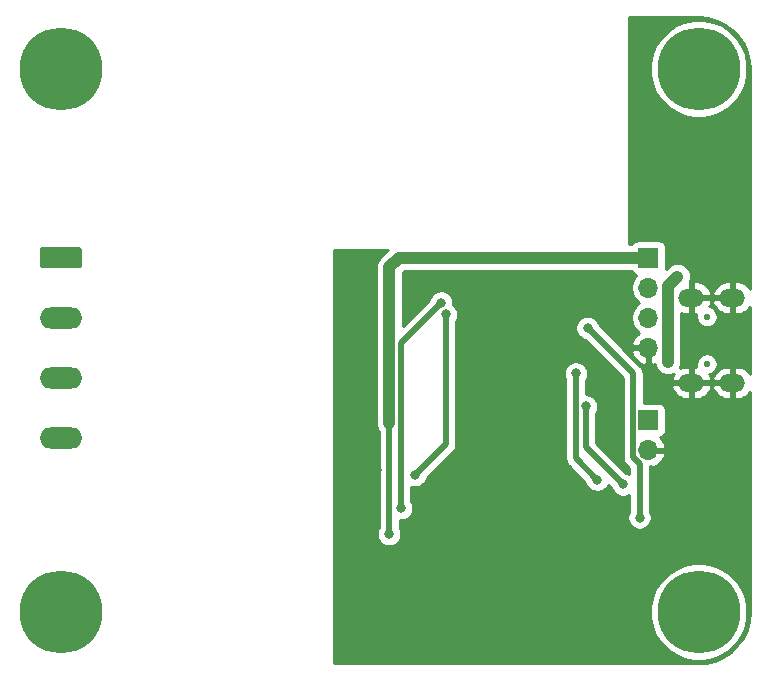
<source format=gbr>
%TF.GenerationSoftware,KiCad,Pcbnew,5.1.6-c6e7f7d~87~ubuntu20.04.1*%
%TF.CreationDate,2020-09-20T16:33:26-07:00*%
%TF.ProjectId,esp8266-iot,65737038-3236-4362-9d69-6f742e6b6963,rev?*%
%TF.SameCoordinates,Original*%
%TF.FileFunction,Copper,L2,Bot*%
%TF.FilePolarity,Positive*%
%FSLAX46Y46*%
G04 Gerber Fmt 4.6, Leading zero omitted, Abs format (unit mm)*
G04 Created by KiCad (PCBNEW 5.1.6-c6e7f7d~87~ubuntu20.04.1) date 2020-09-20 16:33:26*
%MOMM*%
%LPD*%
G01*
G04 APERTURE LIST*
%TA.AperFunction,ComponentPad*%
%ADD10C,0.550000*%
%TD*%
%TA.AperFunction,ComponentPad*%
%ADD11O,2.200000X1.500000*%
%TD*%
%TA.AperFunction,ComponentPad*%
%ADD12O,1.700000X1.700000*%
%TD*%
%TA.AperFunction,ComponentPad*%
%ADD13R,1.700000X1.700000*%
%TD*%
%TA.AperFunction,ComponentPad*%
%ADD14O,3.600000X1.800000*%
%TD*%
%TA.AperFunction,ViaPad*%
%ADD15C,7.000000*%
%TD*%
%TA.AperFunction,ViaPad*%
%ADD16C,0.800000*%
%TD*%
%TA.AperFunction,Conductor*%
%ADD17C,1.000000*%
%TD*%
%TA.AperFunction,Conductor*%
%ADD18C,0.500000*%
%TD*%
%TA.AperFunction,Conductor*%
%ADD19C,0.254000*%
%TD*%
G04 APERTURE END LIST*
D10*
%TO.P,J4,LOCATE*%
%TO.N,N/C*%
X27700000Y-2000000D03*
X27700000Y2000000D03*
D11*
%TO.P,J4,6*%
%TO.N,GND*%
X29850000Y-3600000D03*
X29850000Y3600000D03*
X26380000Y3600000D03*
X26380000Y-3600000D03*
%TD*%
D12*
%TO.P,J3,2*%
%TO.N,GND*%
X22750000Y-9290000D03*
D13*
%TO.P,J3,1*%
%TO.N,/GPIO0*%
X22750000Y-6750000D03*
%TD*%
D14*
%TO.P,J2,4*%
%TO.N,/AC12B*%
X-27000000Y-8240000D03*
%TO.P,J2,3*%
%TO.N,/AC12A*%
X-27000000Y-3160000D03*
%TO.P,J2,2*%
%TO.N,/AC14B*%
X-27000000Y1920000D03*
%TO.P,J2,1*%
%TO.N,/AC14A*%
%TA.AperFunction,ComponentPad*%
G36*
G01*
X-28550000Y7900000D02*
X-25450000Y7900000D01*
G75*
G02*
X-25200000Y7650000I0J-250000D01*
G01*
X-25200000Y6350000D01*
G75*
G02*
X-25450000Y6100000I-250000J0D01*
G01*
X-28550000Y6100000D01*
G75*
G02*
X-28800000Y6350000I0J250000D01*
G01*
X-28800000Y7650000D01*
G75*
G02*
X-28550000Y7900000I250000J0D01*
G01*
G37*
%TD.AperFunction*%
%TD*%
D12*
%TO.P,J1,4*%
%TO.N,GND*%
X22750000Y-620000D03*
%TO.P,J1,3*%
%TO.N,/RXD*%
X22750000Y1920000D03*
%TO.P,J1,2*%
%TO.N,/TXD*%
X22750000Y4460000D03*
D13*
%TO.P,J1,1*%
%TO.N,+3V3*%
X22750000Y7000000D03*
%TD*%
D15*
%TO.N,*%
X27000000Y23000000D03*
X-27000000Y23000000D03*
X-27000000Y-23000000D03*
X27000000Y-23000000D03*
D16*
%TO.N,GND*%
X-800000Y3000000D03*
X-2200000Y-9200000D03*
X-200000Y-11000000D03*
X19400000Y-8000000D03*
X20600000Y-14400000D03*
X30800000Y14000000D03*
X30800000Y6000000D03*
X28000000Y10000000D03*
X-2200000Y-3800000D03*
%TO.N,+3V3*%
X800000Y-7000000D03*
X800000Y6200000D03*
X800000Y-16400000D03*
%TO.N,/CH_PD*%
X5200000Y3200000D03*
X1800000Y-14200000D03*
%TO.N,/REST*%
X5600000Y2200000D03*
X3000000Y-11400000D03*
%TO.N,/GPIO4*%
X22000000Y-15000000D03*
X17600009Y1048952D03*
%TO.N,/GPIO2*%
X16600000Y-2800000D03*
X18400000Y-11800000D03*
%TO.N,/GPIO15*%
X20600000Y-12200000D03*
X17450010Y-5597865D03*
%TO.N,/VBUS*%
X24400000Y-1800000D03*
X25200000Y5400000D03*
%TD*%
D17*
%TO.N,+3V3*%
X4600000Y7000000D02*
X22750000Y7000000D01*
X1600000Y7000000D02*
X4600000Y7000000D01*
X800000Y6200000D02*
X1600000Y7000000D01*
X800000Y-7000000D02*
X800000Y6200000D01*
D18*
X800000Y-7000000D02*
X800000Y-16400000D01*
%TO.N,/CH_PD*%
X1800000Y-200000D02*
X1800000Y-14200000D01*
X5200000Y3200000D02*
X1800000Y-200000D01*
%TO.N,/REST*%
X5600000Y-8800000D02*
X3000000Y-11400000D01*
X5600000Y2200000D02*
X5600000Y-8800000D01*
%TO.N,/GPIO4*%
X21449999Y-2801038D02*
X17600009Y1048952D01*
X21449999Y-9914001D02*
X21449999Y-2801038D01*
X22000000Y-15000000D02*
X22000000Y-10464002D01*
X22000000Y-10464002D02*
X21449999Y-9914001D01*
%TO.N,/GPIO2*%
X16600000Y-10000000D02*
X18400000Y-11800000D01*
X16600000Y-2800000D02*
X16600000Y-10000000D01*
%TO.N,/GPIO15*%
X20600000Y-12200000D02*
X17450010Y-9050010D01*
X17450010Y-9050010D02*
X17450010Y-5597865D01*
D17*
%TO.N,/VBUS*%
X24400000Y4600000D02*
X25200000Y5400000D01*
X24400000Y-1800000D02*
X24400000Y4600000D01*
%TD*%
D19*
%TO.N,GND*%
G36*
X27768083Y27268827D02*
G01*
X28511891Y27065344D01*
X29207905Y26733362D01*
X29834130Y26283374D01*
X30370777Y25729597D01*
X30800871Y25089549D01*
X31110829Y24383447D01*
X31292065Y23628543D01*
X31340001Y22975780D01*
X31340001Y4385027D01*
X31269145Y4489540D01*
X31075061Y4681028D01*
X30847349Y4830972D01*
X30594760Y4933611D01*
X30327000Y4985000D01*
X29977000Y4985000D01*
X29977000Y3727000D01*
X29997000Y3727000D01*
X29997000Y3473000D01*
X29977000Y3473000D01*
X29977000Y2215000D01*
X30327000Y2215000D01*
X30594760Y2266389D01*
X30847349Y2369028D01*
X31075061Y2518972D01*
X31269145Y2710460D01*
X31340001Y2814973D01*
X31340000Y-2814972D01*
X31269145Y-2710460D01*
X31075061Y-2518972D01*
X30847349Y-2369028D01*
X30594760Y-2266389D01*
X30327000Y-2215000D01*
X29977000Y-2215000D01*
X29977000Y-3473000D01*
X29997000Y-3473000D01*
X29997000Y-3727000D01*
X29977000Y-3727000D01*
X29977000Y-4985000D01*
X30327000Y-4985000D01*
X30594760Y-4933611D01*
X30847349Y-4830972D01*
X31075061Y-4681028D01*
X31269145Y-4489540D01*
X31340000Y-4385028D01*
X31340000Y-22970608D01*
X31268827Y-23768083D01*
X31065344Y-24511890D01*
X30733363Y-25207904D01*
X30283374Y-25834130D01*
X29729597Y-26370777D01*
X29089549Y-26800871D01*
X28383447Y-27110829D01*
X27628543Y-27292065D01*
X26975793Y-27340000D01*
X-3873000Y-27340000D01*
X-3873000Y-22592738D01*
X22865000Y-22592738D01*
X22865000Y-23407262D01*
X23023906Y-24206135D01*
X23335611Y-24958657D01*
X23788136Y-25635909D01*
X24364091Y-26211864D01*
X25041343Y-26664389D01*
X25793865Y-26976094D01*
X26592738Y-27135000D01*
X27407262Y-27135000D01*
X28206135Y-26976094D01*
X28958657Y-26664389D01*
X29635909Y-26211864D01*
X30211864Y-25635909D01*
X30664389Y-24958657D01*
X30976094Y-24206135D01*
X31135000Y-23407262D01*
X31135000Y-22592738D01*
X30976094Y-21793865D01*
X30664389Y-21041343D01*
X30211864Y-20364091D01*
X29635909Y-19788136D01*
X28958657Y-19335611D01*
X28206135Y-19023906D01*
X27407262Y-18865000D01*
X26592738Y-18865000D01*
X25793865Y-19023906D01*
X25041343Y-19335611D01*
X24364091Y-19788136D01*
X23788136Y-20364091D01*
X23335611Y-21041343D01*
X23023906Y-21793865D01*
X22865000Y-22592738D01*
X-3873000Y-22592738D01*
X-3873000Y7673000D01*
X667868Y7673000D01*
X36860Y7041991D01*
X-6448Y7006449D01*
X-148283Y6833623D01*
X-204616Y6728230D01*
X-253676Y6636446D01*
X-318577Y6422498D01*
X-340491Y6200000D01*
X-334999Y6144239D01*
X-335000Y-7055751D01*
X-318577Y-7222498D01*
X-253676Y-7436446D01*
X-148284Y-7633623D01*
X-85000Y-7710735D01*
X-84999Y-15861544D01*
X-117205Y-15909744D01*
X-195226Y-16098102D01*
X-235000Y-16298061D01*
X-235000Y-16501939D01*
X-195226Y-16701898D01*
X-117205Y-16890256D01*
X-3937Y-17059774D01*
X140226Y-17203937D01*
X309744Y-17317205D01*
X498102Y-17395226D01*
X698061Y-17435000D01*
X901939Y-17435000D01*
X1101898Y-17395226D01*
X1290256Y-17317205D01*
X1459774Y-17203937D01*
X1603937Y-17059774D01*
X1717205Y-16890256D01*
X1795226Y-16701898D01*
X1835000Y-16501939D01*
X1835000Y-16298061D01*
X1795226Y-16098102D01*
X1717205Y-15909744D01*
X1685000Y-15861546D01*
X1685000Y-15232402D01*
X1698061Y-15235000D01*
X1901939Y-15235000D01*
X2101898Y-15195226D01*
X2290256Y-15117205D01*
X2459774Y-15003937D01*
X2603937Y-14859774D01*
X2717205Y-14690256D01*
X2795226Y-14501898D01*
X2835000Y-14301939D01*
X2835000Y-14098061D01*
X2795226Y-13898102D01*
X2717205Y-13709744D01*
X2685000Y-13661546D01*
X2685000Y-12389799D01*
X2698102Y-12395226D01*
X2898061Y-12435000D01*
X3101939Y-12435000D01*
X3301898Y-12395226D01*
X3490256Y-12317205D01*
X3659774Y-12203937D01*
X3803937Y-12059774D01*
X3917205Y-11890256D01*
X3995226Y-11701898D01*
X4006535Y-11645043D01*
X6195049Y-9456530D01*
X6228817Y-9428817D01*
X6260409Y-9390323D01*
X6339410Y-9294060D01*
X6339411Y-9294059D01*
X6421589Y-9140313D01*
X6472195Y-8973490D01*
X6485000Y-8843477D01*
X6485000Y-8843467D01*
X6489281Y-8800001D01*
X6485000Y-8756535D01*
X6485000Y-2698061D01*
X15565000Y-2698061D01*
X15565000Y-2901939D01*
X15604774Y-3101898D01*
X15682795Y-3290256D01*
X15715000Y-3338454D01*
X15715001Y-9956521D01*
X15710719Y-10000000D01*
X15727805Y-10173490D01*
X15778412Y-10340313D01*
X15860590Y-10494059D01*
X15943468Y-10595046D01*
X15943471Y-10595049D01*
X15971184Y-10628817D01*
X16004951Y-10656529D01*
X17393465Y-12045044D01*
X17404774Y-12101898D01*
X17482795Y-12290256D01*
X17596063Y-12459774D01*
X17740226Y-12603937D01*
X17909744Y-12717205D01*
X18098102Y-12795226D01*
X18298061Y-12835000D01*
X18501939Y-12835000D01*
X18701898Y-12795226D01*
X18890256Y-12717205D01*
X19059774Y-12603937D01*
X19203937Y-12459774D01*
X19317205Y-12290256D01*
X19352784Y-12204362D01*
X19593465Y-12445044D01*
X19604774Y-12501898D01*
X19682795Y-12690256D01*
X19796063Y-12859774D01*
X19940226Y-13003937D01*
X20109744Y-13117205D01*
X20298102Y-13195226D01*
X20498061Y-13235000D01*
X20701939Y-13235000D01*
X20901898Y-13195226D01*
X21090256Y-13117205D01*
X21115000Y-13100671D01*
X21115000Y-14461545D01*
X21082795Y-14509744D01*
X21004774Y-14698102D01*
X20965000Y-14898061D01*
X20965000Y-15101939D01*
X21004774Y-15301898D01*
X21082795Y-15490256D01*
X21196063Y-15659774D01*
X21340226Y-15803937D01*
X21509744Y-15917205D01*
X21698102Y-15995226D01*
X21898061Y-16035000D01*
X22101939Y-16035000D01*
X22301898Y-15995226D01*
X22490256Y-15917205D01*
X22659774Y-15803937D01*
X22803937Y-15659774D01*
X22917205Y-15490256D01*
X22995226Y-15301898D01*
X23035000Y-15101939D01*
X23035000Y-14898061D01*
X22995226Y-14698102D01*
X22917205Y-14509744D01*
X22885000Y-14461546D01*
X22885000Y-10615013D01*
X23106891Y-10731481D01*
X23381252Y-10634157D01*
X23631355Y-10485178D01*
X23847588Y-10290269D01*
X24021641Y-10056920D01*
X24146825Y-9794099D01*
X24191476Y-9646890D01*
X24070155Y-9417000D01*
X22877000Y-9417000D01*
X22877000Y-9437000D01*
X22623000Y-9437000D01*
X22623000Y-9417000D01*
X22603000Y-9417000D01*
X22603000Y-9163000D01*
X22623000Y-9163000D01*
X22623000Y-9143000D01*
X22877000Y-9143000D01*
X22877000Y-9163000D01*
X24070155Y-9163000D01*
X24191476Y-8933110D01*
X24146825Y-8785901D01*
X24021641Y-8523080D01*
X23847588Y-8289731D01*
X23763534Y-8213966D01*
X23844180Y-8189502D01*
X23954494Y-8130537D01*
X24051185Y-8051185D01*
X24130537Y-7954494D01*
X24189502Y-7844180D01*
X24225812Y-7724482D01*
X24238072Y-7600000D01*
X24238072Y-5900000D01*
X24225812Y-5775518D01*
X24189502Y-5655820D01*
X24130537Y-5545506D01*
X24051185Y-5448815D01*
X23954494Y-5369463D01*
X23844180Y-5310498D01*
X23724482Y-5274188D01*
X23600000Y-5261928D01*
X22334999Y-5261928D01*
X22334999Y-3941185D01*
X24687682Y-3941185D01*
X24701827Y-4012684D01*
X24807858Y-4263868D01*
X24960855Y-4489540D01*
X25154939Y-4681028D01*
X25382651Y-4830972D01*
X25635240Y-4933611D01*
X25903000Y-4985000D01*
X26253000Y-4985000D01*
X26253000Y-3727000D01*
X26507000Y-3727000D01*
X26507000Y-4985000D01*
X26857000Y-4985000D01*
X27124760Y-4933611D01*
X27377349Y-4830972D01*
X27605061Y-4681028D01*
X27799145Y-4489540D01*
X27952142Y-4263868D01*
X28058173Y-4012684D01*
X28072318Y-3941185D01*
X28157682Y-3941185D01*
X28171827Y-4012684D01*
X28277858Y-4263868D01*
X28430855Y-4489540D01*
X28624939Y-4681028D01*
X28852651Y-4830972D01*
X29105240Y-4933611D01*
X29373000Y-4985000D01*
X29723000Y-4985000D01*
X29723000Y-3727000D01*
X28280344Y-3727000D01*
X28157682Y-3941185D01*
X28072318Y-3941185D01*
X27949656Y-3727000D01*
X26507000Y-3727000D01*
X26253000Y-3727000D01*
X24810344Y-3727000D01*
X24687682Y-3941185D01*
X22334999Y-3941185D01*
X22334999Y-2844504D01*
X22339280Y-2801037D01*
X22334999Y-2757571D01*
X22334999Y-2757561D01*
X22322194Y-2627548D01*
X22271588Y-2460725D01*
X22189410Y-2306979D01*
X22155317Y-2265437D01*
X22106531Y-2205991D01*
X22106529Y-2205989D01*
X22078816Y-2172221D01*
X22045048Y-2144508D01*
X20877430Y-976890D01*
X21308524Y-976890D01*
X21353175Y-1124099D01*
X21478359Y-1386920D01*
X21652412Y-1620269D01*
X21868645Y-1815178D01*
X22118748Y-1964157D01*
X22393109Y-2061481D01*
X22623000Y-1940814D01*
X22623000Y-747000D01*
X21429845Y-747000D01*
X21308524Y-976890D01*
X20877430Y-976890D01*
X18606544Y1293995D01*
X18595235Y1350850D01*
X18517214Y1539208D01*
X18403946Y1708726D01*
X18259783Y1852889D01*
X18090265Y1966157D01*
X17901907Y2044178D01*
X17701948Y2083952D01*
X17498070Y2083952D01*
X17298111Y2044178D01*
X17109753Y1966157D01*
X16940235Y1852889D01*
X16796072Y1708726D01*
X16682804Y1539208D01*
X16604783Y1350850D01*
X16565009Y1150891D01*
X16565009Y947013D01*
X16604783Y747054D01*
X16682804Y558696D01*
X16796072Y389178D01*
X16940235Y245015D01*
X17109753Y131747D01*
X17298111Y53726D01*
X17354966Y42417D01*
X20565000Y-3167618D01*
X20564999Y-9870532D01*
X20560718Y-9914001D01*
X20564999Y-9957470D01*
X20564999Y-9957477D01*
X20577804Y-10087490D01*
X20628410Y-10254313D01*
X20710588Y-10408059D01*
X20821182Y-10542818D01*
X20854955Y-10570535D01*
X21115001Y-10830581D01*
X21115001Y-11299329D01*
X21090256Y-11282795D01*
X20901898Y-11204774D01*
X20845044Y-11193465D01*
X18335010Y-8683432D01*
X18335010Y-6136319D01*
X18367215Y-6088121D01*
X18445236Y-5899763D01*
X18485010Y-5699804D01*
X18485010Y-5495926D01*
X18445236Y-5295967D01*
X18367215Y-5107609D01*
X18253947Y-4938091D01*
X18109784Y-4793928D01*
X17940266Y-4680660D01*
X17751908Y-4602639D01*
X17551949Y-4562865D01*
X17485000Y-4562865D01*
X17485000Y-3338454D01*
X17517205Y-3290256D01*
X17595226Y-3101898D01*
X17635000Y-2901939D01*
X17635000Y-2698061D01*
X17595226Y-2498102D01*
X17517205Y-2309744D01*
X17403937Y-2140226D01*
X17259774Y-1996063D01*
X17090256Y-1882795D01*
X16901898Y-1804774D01*
X16701939Y-1765000D01*
X16498061Y-1765000D01*
X16298102Y-1804774D01*
X16109744Y-1882795D01*
X15940226Y-1996063D01*
X15796063Y-2140226D01*
X15682795Y-2309744D01*
X15604774Y-2498102D01*
X15565000Y-2698061D01*
X6485000Y-2698061D01*
X6485000Y1661546D01*
X6517205Y1709744D01*
X6595226Y1898102D01*
X6635000Y2098061D01*
X6635000Y2301939D01*
X6595226Y2501898D01*
X6517205Y2690256D01*
X6403937Y2859774D01*
X6259774Y3003937D01*
X6221381Y3029591D01*
X6235000Y3098061D01*
X6235000Y3301939D01*
X6195226Y3501898D01*
X6117205Y3690256D01*
X6003937Y3859774D01*
X5859774Y4003937D01*
X5690256Y4117205D01*
X5501898Y4195226D01*
X5301939Y4235000D01*
X5098061Y4235000D01*
X4898102Y4195226D01*
X4709744Y4117205D01*
X4540226Y4003937D01*
X4396063Y3859774D01*
X4282795Y3690256D01*
X4204774Y3501898D01*
X4193465Y3445044D01*
X1935000Y1186578D01*
X1935000Y5729869D01*
X2070132Y5865000D01*
X21332317Y5865000D01*
X21369463Y5795506D01*
X21448815Y5698815D01*
X21545506Y5619463D01*
X21655820Y5560498D01*
X21728380Y5538487D01*
X21596525Y5406632D01*
X21434010Y5163411D01*
X21322068Y4893158D01*
X21265000Y4606260D01*
X21265000Y4313740D01*
X21322068Y4026842D01*
X21434010Y3756589D01*
X21596525Y3513368D01*
X21803368Y3306525D01*
X21977760Y3190000D01*
X21803368Y3073475D01*
X21596525Y2866632D01*
X21434010Y2623411D01*
X21322068Y2353158D01*
X21265000Y2066260D01*
X21265000Y1773740D01*
X21322068Y1486842D01*
X21434010Y1216589D01*
X21596525Y973368D01*
X21803368Y766525D01*
X21985534Y644805D01*
X21868645Y575178D01*
X21652412Y380269D01*
X21478359Y146920D01*
X21353175Y-115901D01*
X21308524Y-263110D01*
X21429845Y-493000D01*
X22623000Y-493000D01*
X22623000Y-473000D01*
X22877000Y-473000D01*
X22877000Y-493000D01*
X22897000Y-493000D01*
X22897000Y-747000D01*
X22877000Y-747000D01*
X22877000Y-1940814D01*
X23106891Y-2061481D01*
X23279241Y-2000343D01*
X23281423Y-2022498D01*
X23346324Y-2236446D01*
X23451716Y-2433623D01*
X23593551Y-2606449D01*
X23766377Y-2748284D01*
X23963553Y-2853676D01*
X24177501Y-2918577D01*
X24400000Y-2940491D01*
X24622498Y-2918577D01*
X24836446Y-2853676D01*
X24879283Y-2830779D01*
X24807858Y-2936132D01*
X24701827Y-3187316D01*
X24687682Y-3258815D01*
X24810344Y-3473000D01*
X26253000Y-3473000D01*
X26253000Y-2215000D01*
X26507000Y-2215000D01*
X26507000Y-3473000D01*
X27949656Y-3473000D01*
X28072318Y-3258815D01*
X28157682Y-3258815D01*
X28280344Y-3473000D01*
X29723000Y-3473000D01*
X29723000Y-2215000D01*
X29373000Y-2215000D01*
X29105240Y-2266389D01*
X28852651Y-2369028D01*
X28624939Y-2518972D01*
X28430855Y-2710460D01*
X28277858Y-2936132D01*
X28171827Y-3187316D01*
X28157682Y-3258815D01*
X28072318Y-3258815D01*
X28058173Y-3187316D01*
X27952142Y-2936132D01*
X27917219Y-2884620D01*
X27965437Y-2875029D01*
X28131047Y-2806431D01*
X28280091Y-2706843D01*
X28406843Y-2580091D01*
X28506431Y-2431047D01*
X28575029Y-2265437D01*
X28610000Y-2089627D01*
X28610000Y-1910373D01*
X28575029Y-1734563D01*
X28506431Y-1568953D01*
X28406843Y-1419909D01*
X28280091Y-1293157D01*
X28131047Y-1193569D01*
X27965437Y-1124971D01*
X27789627Y-1090000D01*
X27610373Y-1090000D01*
X27434563Y-1124971D01*
X27268953Y-1193569D01*
X27119909Y-1293157D01*
X26993157Y-1419909D01*
X26893569Y-1568953D01*
X26824971Y-1734563D01*
X26790000Y-1910373D01*
X26790000Y-2089627D01*
X26814938Y-2215000D01*
X26507000Y-2215000D01*
X26253000Y-2215000D01*
X25903000Y-2215000D01*
X25635240Y-2266389D01*
X25382855Y-2368945D01*
X25453676Y-2236447D01*
X25518577Y-2022499D01*
X25535000Y-1855752D01*
X25535000Y2307121D01*
X25635240Y2266389D01*
X25903000Y2215000D01*
X26253000Y2215000D01*
X26253000Y3473000D01*
X26507000Y3473000D01*
X26507000Y2215000D01*
X26814938Y2215000D01*
X26790000Y2089627D01*
X26790000Y1910373D01*
X26824971Y1734563D01*
X26893569Y1568953D01*
X26993157Y1419909D01*
X27119909Y1293157D01*
X27268953Y1193569D01*
X27434563Y1124971D01*
X27610373Y1090000D01*
X27789627Y1090000D01*
X27965437Y1124971D01*
X28131047Y1193569D01*
X28280091Y1293157D01*
X28406843Y1419909D01*
X28506431Y1568953D01*
X28575029Y1734563D01*
X28610000Y1910373D01*
X28610000Y2089627D01*
X28575029Y2265437D01*
X28506431Y2431047D01*
X28406843Y2580091D01*
X28280091Y2706843D01*
X28131047Y2806431D01*
X27965437Y2875029D01*
X27917219Y2884620D01*
X27952142Y2936132D01*
X28058173Y3187316D01*
X28072318Y3258815D01*
X28157682Y3258815D01*
X28171827Y3187316D01*
X28277858Y2936132D01*
X28430855Y2710460D01*
X28624939Y2518972D01*
X28852651Y2369028D01*
X29105240Y2266389D01*
X29373000Y2215000D01*
X29723000Y2215000D01*
X29723000Y3473000D01*
X28280344Y3473000D01*
X28157682Y3258815D01*
X28072318Y3258815D01*
X27949656Y3473000D01*
X26507000Y3473000D01*
X26253000Y3473000D01*
X26233000Y3473000D01*
X26233000Y3727000D01*
X26253000Y3727000D01*
X26253000Y4962288D01*
X26253676Y4963553D01*
X26260181Y4985000D01*
X26507000Y4985000D01*
X26507000Y3727000D01*
X27949656Y3727000D01*
X28072318Y3941185D01*
X28157682Y3941185D01*
X28280344Y3727000D01*
X29723000Y3727000D01*
X29723000Y4985000D01*
X29373000Y4985000D01*
X29105240Y4933611D01*
X28852651Y4830972D01*
X28624939Y4681028D01*
X28430855Y4489540D01*
X28277858Y4263868D01*
X28171827Y4012684D01*
X28157682Y3941185D01*
X28072318Y3941185D01*
X28058173Y4012684D01*
X27952142Y4263868D01*
X27799145Y4489540D01*
X27605061Y4681028D01*
X27377349Y4830972D01*
X27124760Y4933611D01*
X26857000Y4985000D01*
X26507000Y4985000D01*
X26260181Y4985000D01*
X26318577Y5177501D01*
X26340491Y5400000D01*
X26318577Y5622499D01*
X26253676Y5836446D01*
X26148284Y6033622D01*
X26006449Y6206449D01*
X25833622Y6348284D01*
X25636446Y6453676D01*
X25422499Y6518577D01*
X25200000Y6540491D01*
X24977501Y6518577D01*
X24763553Y6453676D01*
X24566377Y6348284D01*
X24436856Y6241988D01*
X24226405Y6031537D01*
X24238072Y6150000D01*
X24238072Y7850000D01*
X24225812Y7974482D01*
X24189502Y8094180D01*
X24130537Y8204494D01*
X24051185Y8301185D01*
X23954494Y8380537D01*
X23844180Y8439502D01*
X23724482Y8475812D01*
X23600000Y8488072D01*
X21900000Y8488072D01*
X21775518Y8475812D01*
X21655820Y8439502D01*
X21545506Y8380537D01*
X21448815Y8301185D01*
X21369463Y8204494D01*
X21332317Y8135000D01*
X21127000Y8135000D01*
X21127000Y23407262D01*
X22865000Y23407262D01*
X22865000Y22592738D01*
X23023906Y21793865D01*
X23335611Y21041343D01*
X23788136Y20364091D01*
X24364091Y19788136D01*
X25041343Y19335611D01*
X25793865Y19023906D01*
X26592738Y18865000D01*
X27407262Y18865000D01*
X28206135Y19023906D01*
X28958657Y19335611D01*
X29635909Y19788136D01*
X30211864Y20364091D01*
X30664389Y21041343D01*
X30976094Y21793865D01*
X31135000Y22592738D01*
X31135000Y23407262D01*
X30976094Y24206135D01*
X30664389Y24958657D01*
X30211864Y25635909D01*
X29635909Y26211864D01*
X28958657Y26664389D01*
X28206135Y26976094D01*
X27407262Y27135000D01*
X26592738Y27135000D01*
X25793865Y26976094D01*
X25041343Y26664389D01*
X24364091Y26211864D01*
X23788136Y25635909D01*
X23335611Y24958657D01*
X23023906Y24206135D01*
X22865000Y23407262D01*
X21127000Y23407262D01*
X21127000Y27340000D01*
X26970608Y27340000D01*
X27768083Y27268827D01*
G37*
X27768083Y27268827D02*
X28511891Y27065344D01*
X29207905Y26733362D01*
X29834130Y26283374D01*
X30370777Y25729597D01*
X30800871Y25089549D01*
X31110829Y24383447D01*
X31292065Y23628543D01*
X31340001Y22975780D01*
X31340001Y4385027D01*
X31269145Y4489540D01*
X31075061Y4681028D01*
X30847349Y4830972D01*
X30594760Y4933611D01*
X30327000Y4985000D01*
X29977000Y4985000D01*
X29977000Y3727000D01*
X29997000Y3727000D01*
X29997000Y3473000D01*
X29977000Y3473000D01*
X29977000Y2215000D01*
X30327000Y2215000D01*
X30594760Y2266389D01*
X30847349Y2369028D01*
X31075061Y2518972D01*
X31269145Y2710460D01*
X31340001Y2814973D01*
X31340000Y-2814972D01*
X31269145Y-2710460D01*
X31075061Y-2518972D01*
X30847349Y-2369028D01*
X30594760Y-2266389D01*
X30327000Y-2215000D01*
X29977000Y-2215000D01*
X29977000Y-3473000D01*
X29997000Y-3473000D01*
X29997000Y-3727000D01*
X29977000Y-3727000D01*
X29977000Y-4985000D01*
X30327000Y-4985000D01*
X30594760Y-4933611D01*
X30847349Y-4830972D01*
X31075061Y-4681028D01*
X31269145Y-4489540D01*
X31340000Y-4385028D01*
X31340000Y-22970608D01*
X31268827Y-23768083D01*
X31065344Y-24511890D01*
X30733363Y-25207904D01*
X30283374Y-25834130D01*
X29729597Y-26370777D01*
X29089549Y-26800871D01*
X28383447Y-27110829D01*
X27628543Y-27292065D01*
X26975793Y-27340000D01*
X-3873000Y-27340000D01*
X-3873000Y-22592738D01*
X22865000Y-22592738D01*
X22865000Y-23407262D01*
X23023906Y-24206135D01*
X23335611Y-24958657D01*
X23788136Y-25635909D01*
X24364091Y-26211864D01*
X25041343Y-26664389D01*
X25793865Y-26976094D01*
X26592738Y-27135000D01*
X27407262Y-27135000D01*
X28206135Y-26976094D01*
X28958657Y-26664389D01*
X29635909Y-26211864D01*
X30211864Y-25635909D01*
X30664389Y-24958657D01*
X30976094Y-24206135D01*
X31135000Y-23407262D01*
X31135000Y-22592738D01*
X30976094Y-21793865D01*
X30664389Y-21041343D01*
X30211864Y-20364091D01*
X29635909Y-19788136D01*
X28958657Y-19335611D01*
X28206135Y-19023906D01*
X27407262Y-18865000D01*
X26592738Y-18865000D01*
X25793865Y-19023906D01*
X25041343Y-19335611D01*
X24364091Y-19788136D01*
X23788136Y-20364091D01*
X23335611Y-21041343D01*
X23023906Y-21793865D01*
X22865000Y-22592738D01*
X-3873000Y-22592738D01*
X-3873000Y7673000D01*
X667868Y7673000D01*
X36860Y7041991D01*
X-6448Y7006449D01*
X-148283Y6833623D01*
X-204616Y6728230D01*
X-253676Y6636446D01*
X-318577Y6422498D01*
X-340491Y6200000D01*
X-334999Y6144239D01*
X-335000Y-7055751D01*
X-318577Y-7222498D01*
X-253676Y-7436446D01*
X-148284Y-7633623D01*
X-85000Y-7710735D01*
X-84999Y-15861544D01*
X-117205Y-15909744D01*
X-195226Y-16098102D01*
X-235000Y-16298061D01*
X-235000Y-16501939D01*
X-195226Y-16701898D01*
X-117205Y-16890256D01*
X-3937Y-17059774D01*
X140226Y-17203937D01*
X309744Y-17317205D01*
X498102Y-17395226D01*
X698061Y-17435000D01*
X901939Y-17435000D01*
X1101898Y-17395226D01*
X1290256Y-17317205D01*
X1459774Y-17203937D01*
X1603937Y-17059774D01*
X1717205Y-16890256D01*
X1795226Y-16701898D01*
X1835000Y-16501939D01*
X1835000Y-16298061D01*
X1795226Y-16098102D01*
X1717205Y-15909744D01*
X1685000Y-15861546D01*
X1685000Y-15232402D01*
X1698061Y-15235000D01*
X1901939Y-15235000D01*
X2101898Y-15195226D01*
X2290256Y-15117205D01*
X2459774Y-15003937D01*
X2603937Y-14859774D01*
X2717205Y-14690256D01*
X2795226Y-14501898D01*
X2835000Y-14301939D01*
X2835000Y-14098061D01*
X2795226Y-13898102D01*
X2717205Y-13709744D01*
X2685000Y-13661546D01*
X2685000Y-12389799D01*
X2698102Y-12395226D01*
X2898061Y-12435000D01*
X3101939Y-12435000D01*
X3301898Y-12395226D01*
X3490256Y-12317205D01*
X3659774Y-12203937D01*
X3803937Y-12059774D01*
X3917205Y-11890256D01*
X3995226Y-11701898D01*
X4006535Y-11645043D01*
X6195049Y-9456530D01*
X6228817Y-9428817D01*
X6260409Y-9390323D01*
X6339410Y-9294060D01*
X6339411Y-9294059D01*
X6421589Y-9140313D01*
X6472195Y-8973490D01*
X6485000Y-8843477D01*
X6485000Y-8843467D01*
X6489281Y-8800001D01*
X6485000Y-8756535D01*
X6485000Y-2698061D01*
X15565000Y-2698061D01*
X15565000Y-2901939D01*
X15604774Y-3101898D01*
X15682795Y-3290256D01*
X15715000Y-3338454D01*
X15715001Y-9956521D01*
X15710719Y-10000000D01*
X15727805Y-10173490D01*
X15778412Y-10340313D01*
X15860590Y-10494059D01*
X15943468Y-10595046D01*
X15943471Y-10595049D01*
X15971184Y-10628817D01*
X16004951Y-10656529D01*
X17393465Y-12045044D01*
X17404774Y-12101898D01*
X17482795Y-12290256D01*
X17596063Y-12459774D01*
X17740226Y-12603937D01*
X17909744Y-12717205D01*
X18098102Y-12795226D01*
X18298061Y-12835000D01*
X18501939Y-12835000D01*
X18701898Y-12795226D01*
X18890256Y-12717205D01*
X19059774Y-12603937D01*
X19203937Y-12459774D01*
X19317205Y-12290256D01*
X19352784Y-12204362D01*
X19593465Y-12445044D01*
X19604774Y-12501898D01*
X19682795Y-12690256D01*
X19796063Y-12859774D01*
X19940226Y-13003937D01*
X20109744Y-13117205D01*
X20298102Y-13195226D01*
X20498061Y-13235000D01*
X20701939Y-13235000D01*
X20901898Y-13195226D01*
X21090256Y-13117205D01*
X21115000Y-13100671D01*
X21115000Y-14461545D01*
X21082795Y-14509744D01*
X21004774Y-14698102D01*
X20965000Y-14898061D01*
X20965000Y-15101939D01*
X21004774Y-15301898D01*
X21082795Y-15490256D01*
X21196063Y-15659774D01*
X21340226Y-15803937D01*
X21509744Y-15917205D01*
X21698102Y-15995226D01*
X21898061Y-16035000D01*
X22101939Y-16035000D01*
X22301898Y-15995226D01*
X22490256Y-15917205D01*
X22659774Y-15803937D01*
X22803937Y-15659774D01*
X22917205Y-15490256D01*
X22995226Y-15301898D01*
X23035000Y-15101939D01*
X23035000Y-14898061D01*
X22995226Y-14698102D01*
X22917205Y-14509744D01*
X22885000Y-14461546D01*
X22885000Y-10615013D01*
X23106891Y-10731481D01*
X23381252Y-10634157D01*
X23631355Y-10485178D01*
X23847588Y-10290269D01*
X24021641Y-10056920D01*
X24146825Y-9794099D01*
X24191476Y-9646890D01*
X24070155Y-9417000D01*
X22877000Y-9417000D01*
X22877000Y-9437000D01*
X22623000Y-9437000D01*
X22623000Y-9417000D01*
X22603000Y-9417000D01*
X22603000Y-9163000D01*
X22623000Y-9163000D01*
X22623000Y-9143000D01*
X22877000Y-9143000D01*
X22877000Y-9163000D01*
X24070155Y-9163000D01*
X24191476Y-8933110D01*
X24146825Y-8785901D01*
X24021641Y-8523080D01*
X23847588Y-8289731D01*
X23763534Y-8213966D01*
X23844180Y-8189502D01*
X23954494Y-8130537D01*
X24051185Y-8051185D01*
X24130537Y-7954494D01*
X24189502Y-7844180D01*
X24225812Y-7724482D01*
X24238072Y-7600000D01*
X24238072Y-5900000D01*
X24225812Y-5775518D01*
X24189502Y-5655820D01*
X24130537Y-5545506D01*
X24051185Y-5448815D01*
X23954494Y-5369463D01*
X23844180Y-5310498D01*
X23724482Y-5274188D01*
X23600000Y-5261928D01*
X22334999Y-5261928D01*
X22334999Y-3941185D01*
X24687682Y-3941185D01*
X24701827Y-4012684D01*
X24807858Y-4263868D01*
X24960855Y-4489540D01*
X25154939Y-4681028D01*
X25382651Y-4830972D01*
X25635240Y-4933611D01*
X25903000Y-4985000D01*
X26253000Y-4985000D01*
X26253000Y-3727000D01*
X26507000Y-3727000D01*
X26507000Y-4985000D01*
X26857000Y-4985000D01*
X27124760Y-4933611D01*
X27377349Y-4830972D01*
X27605061Y-4681028D01*
X27799145Y-4489540D01*
X27952142Y-4263868D01*
X28058173Y-4012684D01*
X28072318Y-3941185D01*
X28157682Y-3941185D01*
X28171827Y-4012684D01*
X28277858Y-4263868D01*
X28430855Y-4489540D01*
X28624939Y-4681028D01*
X28852651Y-4830972D01*
X29105240Y-4933611D01*
X29373000Y-4985000D01*
X29723000Y-4985000D01*
X29723000Y-3727000D01*
X28280344Y-3727000D01*
X28157682Y-3941185D01*
X28072318Y-3941185D01*
X27949656Y-3727000D01*
X26507000Y-3727000D01*
X26253000Y-3727000D01*
X24810344Y-3727000D01*
X24687682Y-3941185D01*
X22334999Y-3941185D01*
X22334999Y-2844504D01*
X22339280Y-2801037D01*
X22334999Y-2757571D01*
X22334999Y-2757561D01*
X22322194Y-2627548D01*
X22271588Y-2460725D01*
X22189410Y-2306979D01*
X22155317Y-2265437D01*
X22106531Y-2205991D01*
X22106529Y-2205989D01*
X22078816Y-2172221D01*
X22045048Y-2144508D01*
X20877430Y-976890D01*
X21308524Y-976890D01*
X21353175Y-1124099D01*
X21478359Y-1386920D01*
X21652412Y-1620269D01*
X21868645Y-1815178D01*
X22118748Y-1964157D01*
X22393109Y-2061481D01*
X22623000Y-1940814D01*
X22623000Y-747000D01*
X21429845Y-747000D01*
X21308524Y-976890D01*
X20877430Y-976890D01*
X18606544Y1293995D01*
X18595235Y1350850D01*
X18517214Y1539208D01*
X18403946Y1708726D01*
X18259783Y1852889D01*
X18090265Y1966157D01*
X17901907Y2044178D01*
X17701948Y2083952D01*
X17498070Y2083952D01*
X17298111Y2044178D01*
X17109753Y1966157D01*
X16940235Y1852889D01*
X16796072Y1708726D01*
X16682804Y1539208D01*
X16604783Y1350850D01*
X16565009Y1150891D01*
X16565009Y947013D01*
X16604783Y747054D01*
X16682804Y558696D01*
X16796072Y389178D01*
X16940235Y245015D01*
X17109753Y131747D01*
X17298111Y53726D01*
X17354966Y42417D01*
X20565000Y-3167618D01*
X20564999Y-9870532D01*
X20560718Y-9914001D01*
X20564999Y-9957470D01*
X20564999Y-9957477D01*
X20577804Y-10087490D01*
X20628410Y-10254313D01*
X20710588Y-10408059D01*
X20821182Y-10542818D01*
X20854955Y-10570535D01*
X21115001Y-10830581D01*
X21115001Y-11299329D01*
X21090256Y-11282795D01*
X20901898Y-11204774D01*
X20845044Y-11193465D01*
X18335010Y-8683432D01*
X18335010Y-6136319D01*
X18367215Y-6088121D01*
X18445236Y-5899763D01*
X18485010Y-5699804D01*
X18485010Y-5495926D01*
X18445236Y-5295967D01*
X18367215Y-5107609D01*
X18253947Y-4938091D01*
X18109784Y-4793928D01*
X17940266Y-4680660D01*
X17751908Y-4602639D01*
X17551949Y-4562865D01*
X17485000Y-4562865D01*
X17485000Y-3338454D01*
X17517205Y-3290256D01*
X17595226Y-3101898D01*
X17635000Y-2901939D01*
X17635000Y-2698061D01*
X17595226Y-2498102D01*
X17517205Y-2309744D01*
X17403937Y-2140226D01*
X17259774Y-1996063D01*
X17090256Y-1882795D01*
X16901898Y-1804774D01*
X16701939Y-1765000D01*
X16498061Y-1765000D01*
X16298102Y-1804774D01*
X16109744Y-1882795D01*
X15940226Y-1996063D01*
X15796063Y-2140226D01*
X15682795Y-2309744D01*
X15604774Y-2498102D01*
X15565000Y-2698061D01*
X6485000Y-2698061D01*
X6485000Y1661546D01*
X6517205Y1709744D01*
X6595226Y1898102D01*
X6635000Y2098061D01*
X6635000Y2301939D01*
X6595226Y2501898D01*
X6517205Y2690256D01*
X6403937Y2859774D01*
X6259774Y3003937D01*
X6221381Y3029591D01*
X6235000Y3098061D01*
X6235000Y3301939D01*
X6195226Y3501898D01*
X6117205Y3690256D01*
X6003937Y3859774D01*
X5859774Y4003937D01*
X5690256Y4117205D01*
X5501898Y4195226D01*
X5301939Y4235000D01*
X5098061Y4235000D01*
X4898102Y4195226D01*
X4709744Y4117205D01*
X4540226Y4003937D01*
X4396063Y3859774D01*
X4282795Y3690256D01*
X4204774Y3501898D01*
X4193465Y3445044D01*
X1935000Y1186578D01*
X1935000Y5729869D01*
X2070132Y5865000D01*
X21332317Y5865000D01*
X21369463Y5795506D01*
X21448815Y5698815D01*
X21545506Y5619463D01*
X21655820Y5560498D01*
X21728380Y5538487D01*
X21596525Y5406632D01*
X21434010Y5163411D01*
X21322068Y4893158D01*
X21265000Y4606260D01*
X21265000Y4313740D01*
X21322068Y4026842D01*
X21434010Y3756589D01*
X21596525Y3513368D01*
X21803368Y3306525D01*
X21977760Y3190000D01*
X21803368Y3073475D01*
X21596525Y2866632D01*
X21434010Y2623411D01*
X21322068Y2353158D01*
X21265000Y2066260D01*
X21265000Y1773740D01*
X21322068Y1486842D01*
X21434010Y1216589D01*
X21596525Y973368D01*
X21803368Y766525D01*
X21985534Y644805D01*
X21868645Y575178D01*
X21652412Y380269D01*
X21478359Y146920D01*
X21353175Y-115901D01*
X21308524Y-263110D01*
X21429845Y-493000D01*
X22623000Y-493000D01*
X22623000Y-473000D01*
X22877000Y-473000D01*
X22877000Y-493000D01*
X22897000Y-493000D01*
X22897000Y-747000D01*
X22877000Y-747000D01*
X22877000Y-1940814D01*
X23106891Y-2061481D01*
X23279241Y-2000343D01*
X23281423Y-2022498D01*
X23346324Y-2236446D01*
X23451716Y-2433623D01*
X23593551Y-2606449D01*
X23766377Y-2748284D01*
X23963553Y-2853676D01*
X24177501Y-2918577D01*
X24400000Y-2940491D01*
X24622498Y-2918577D01*
X24836446Y-2853676D01*
X24879283Y-2830779D01*
X24807858Y-2936132D01*
X24701827Y-3187316D01*
X24687682Y-3258815D01*
X24810344Y-3473000D01*
X26253000Y-3473000D01*
X26253000Y-2215000D01*
X26507000Y-2215000D01*
X26507000Y-3473000D01*
X27949656Y-3473000D01*
X28072318Y-3258815D01*
X28157682Y-3258815D01*
X28280344Y-3473000D01*
X29723000Y-3473000D01*
X29723000Y-2215000D01*
X29373000Y-2215000D01*
X29105240Y-2266389D01*
X28852651Y-2369028D01*
X28624939Y-2518972D01*
X28430855Y-2710460D01*
X28277858Y-2936132D01*
X28171827Y-3187316D01*
X28157682Y-3258815D01*
X28072318Y-3258815D01*
X28058173Y-3187316D01*
X27952142Y-2936132D01*
X27917219Y-2884620D01*
X27965437Y-2875029D01*
X28131047Y-2806431D01*
X28280091Y-2706843D01*
X28406843Y-2580091D01*
X28506431Y-2431047D01*
X28575029Y-2265437D01*
X28610000Y-2089627D01*
X28610000Y-1910373D01*
X28575029Y-1734563D01*
X28506431Y-1568953D01*
X28406843Y-1419909D01*
X28280091Y-1293157D01*
X28131047Y-1193569D01*
X27965437Y-1124971D01*
X27789627Y-1090000D01*
X27610373Y-1090000D01*
X27434563Y-1124971D01*
X27268953Y-1193569D01*
X27119909Y-1293157D01*
X26993157Y-1419909D01*
X26893569Y-1568953D01*
X26824971Y-1734563D01*
X26790000Y-1910373D01*
X26790000Y-2089627D01*
X26814938Y-2215000D01*
X26507000Y-2215000D01*
X26253000Y-2215000D01*
X25903000Y-2215000D01*
X25635240Y-2266389D01*
X25382855Y-2368945D01*
X25453676Y-2236447D01*
X25518577Y-2022499D01*
X25535000Y-1855752D01*
X25535000Y2307121D01*
X25635240Y2266389D01*
X25903000Y2215000D01*
X26253000Y2215000D01*
X26253000Y3473000D01*
X26507000Y3473000D01*
X26507000Y2215000D01*
X26814938Y2215000D01*
X26790000Y2089627D01*
X26790000Y1910373D01*
X26824971Y1734563D01*
X26893569Y1568953D01*
X26993157Y1419909D01*
X27119909Y1293157D01*
X27268953Y1193569D01*
X27434563Y1124971D01*
X27610373Y1090000D01*
X27789627Y1090000D01*
X27965437Y1124971D01*
X28131047Y1193569D01*
X28280091Y1293157D01*
X28406843Y1419909D01*
X28506431Y1568953D01*
X28575029Y1734563D01*
X28610000Y1910373D01*
X28610000Y2089627D01*
X28575029Y2265437D01*
X28506431Y2431047D01*
X28406843Y2580091D01*
X28280091Y2706843D01*
X28131047Y2806431D01*
X27965437Y2875029D01*
X27917219Y2884620D01*
X27952142Y2936132D01*
X28058173Y3187316D01*
X28072318Y3258815D01*
X28157682Y3258815D01*
X28171827Y3187316D01*
X28277858Y2936132D01*
X28430855Y2710460D01*
X28624939Y2518972D01*
X28852651Y2369028D01*
X29105240Y2266389D01*
X29373000Y2215000D01*
X29723000Y2215000D01*
X29723000Y3473000D01*
X28280344Y3473000D01*
X28157682Y3258815D01*
X28072318Y3258815D01*
X27949656Y3473000D01*
X26507000Y3473000D01*
X26253000Y3473000D01*
X26233000Y3473000D01*
X26233000Y3727000D01*
X26253000Y3727000D01*
X26253000Y4962288D01*
X26253676Y4963553D01*
X26260181Y4985000D01*
X26507000Y4985000D01*
X26507000Y3727000D01*
X27949656Y3727000D01*
X28072318Y3941185D01*
X28157682Y3941185D01*
X28280344Y3727000D01*
X29723000Y3727000D01*
X29723000Y4985000D01*
X29373000Y4985000D01*
X29105240Y4933611D01*
X28852651Y4830972D01*
X28624939Y4681028D01*
X28430855Y4489540D01*
X28277858Y4263868D01*
X28171827Y4012684D01*
X28157682Y3941185D01*
X28072318Y3941185D01*
X28058173Y4012684D01*
X27952142Y4263868D01*
X27799145Y4489540D01*
X27605061Y4681028D01*
X27377349Y4830972D01*
X27124760Y4933611D01*
X26857000Y4985000D01*
X26507000Y4985000D01*
X26260181Y4985000D01*
X26318577Y5177501D01*
X26340491Y5400000D01*
X26318577Y5622499D01*
X26253676Y5836446D01*
X26148284Y6033622D01*
X26006449Y6206449D01*
X25833622Y6348284D01*
X25636446Y6453676D01*
X25422499Y6518577D01*
X25200000Y6540491D01*
X24977501Y6518577D01*
X24763553Y6453676D01*
X24566377Y6348284D01*
X24436856Y6241988D01*
X24226405Y6031537D01*
X24238072Y6150000D01*
X24238072Y7850000D01*
X24225812Y7974482D01*
X24189502Y8094180D01*
X24130537Y8204494D01*
X24051185Y8301185D01*
X23954494Y8380537D01*
X23844180Y8439502D01*
X23724482Y8475812D01*
X23600000Y8488072D01*
X21900000Y8488072D01*
X21775518Y8475812D01*
X21655820Y8439502D01*
X21545506Y8380537D01*
X21448815Y8301185D01*
X21369463Y8204494D01*
X21332317Y8135000D01*
X21127000Y8135000D01*
X21127000Y23407262D01*
X22865000Y23407262D01*
X22865000Y22592738D01*
X23023906Y21793865D01*
X23335611Y21041343D01*
X23788136Y20364091D01*
X24364091Y19788136D01*
X25041343Y19335611D01*
X25793865Y19023906D01*
X26592738Y18865000D01*
X27407262Y18865000D01*
X28206135Y19023906D01*
X28958657Y19335611D01*
X29635909Y19788136D01*
X30211864Y20364091D01*
X30664389Y21041343D01*
X30976094Y21793865D01*
X31135000Y22592738D01*
X31135000Y23407262D01*
X30976094Y24206135D01*
X30664389Y24958657D01*
X30211864Y25635909D01*
X29635909Y26211864D01*
X28958657Y26664389D01*
X28206135Y26976094D01*
X27407262Y27135000D01*
X26592738Y27135000D01*
X25793865Y26976094D01*
X25041343Y26664389D01*
X24364091Y26211864D01*
X23788136Y25635909D01*
X23335611Y24958657D01*
X23023906Y24206135D01*
X22865000Y23407262D01*
X21127000Y23407262D01*
X21127000Y27340000D01*
X26970608Y27340000D01*
X27768083Y27268827D01*
%TD*%
M02*

</source>
